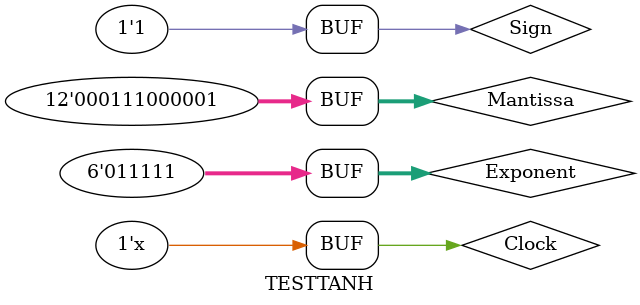
<source format=v>
`timescale 1ns / 1ps


module TESTTANH;

	// Inputs
	reg Clock;
	reg Sign;
	reg [5:0] Exponent;
	reg [11:0] Mantissa;

	// Outputs
	wire SignOut;
	wire [4:0] ExponentOut;
	wire [5:0] MantissaOut;

	// Instantiate the Unit Under Test (UUT)
	TANH uut (
		.Clock(Clock), 
		.Sign(Sign), 
		.Exponent(Exponent), 
		.Mantissa(Mantissa), 
		.SignOut(SignOut), 
		.ExponentOut(ExponentOut), 
		.MantissaOut(MantissaOut)
	);

	initial begin
		// Initialize Inputs
		Clock = 0;
		Sign = 0;
		Exponent = 0;
		Mantissa = 0;

		// Wait 100 ns for global reset to finish
		#100;
        
		// Add stimulus here
		Sign = 1;
		Exponent = 6'b011111;
		Mantissa = 12'b000111000001;
	end
      
	always 
		#20 Clock = !Clock;
endmodule


</source>
